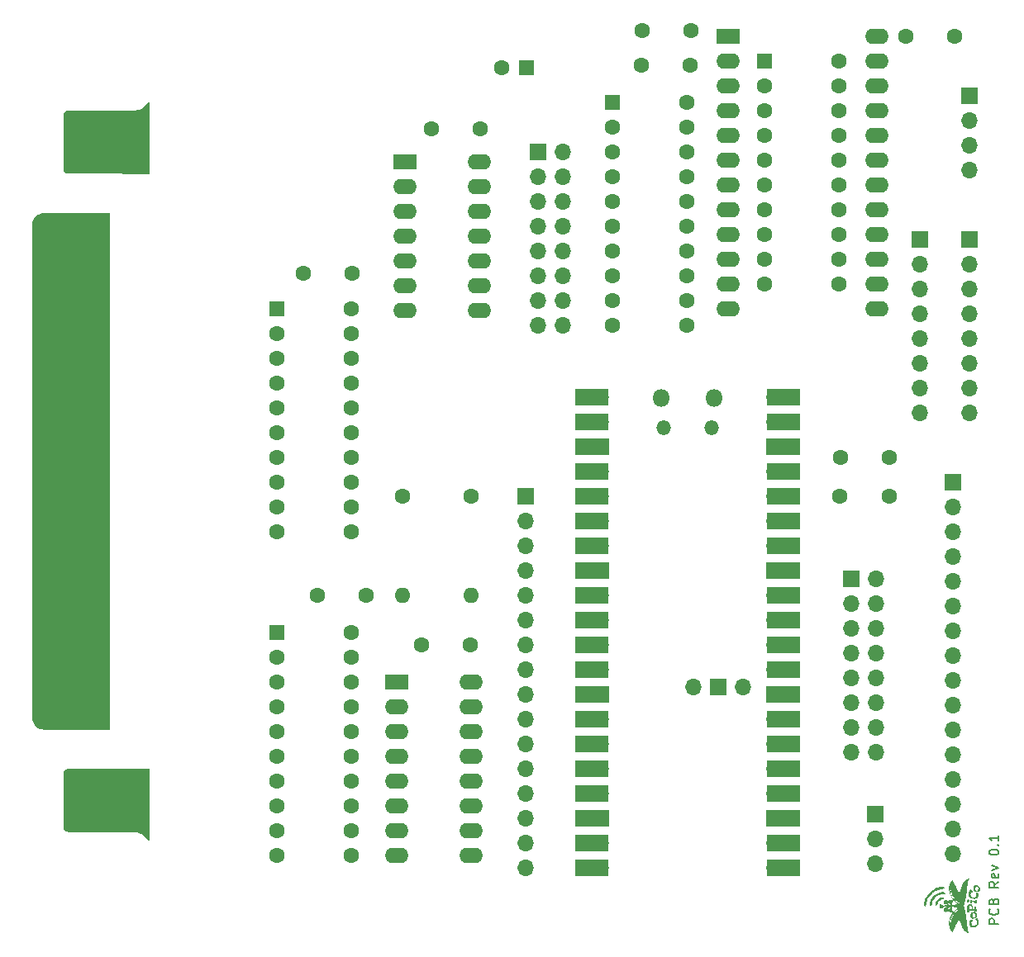
<source format=gts>
G04 #@! TF.GenerationSoftware,KiCad,Pcbnew,7.0.10-7.0.10~ubuntu22.04.1*
G04 #@! TF.CreationDate,2024-02-08T01:05:10-08:00*
G04 #@! TF.ProjectId,copico,636f7069-636f-42e6-9b69-6361645f7063,0.2.1*
G04 #@! TF.SameCoordinates,Original*
G04 #@! TF.FileFunction,Soldermask,Top*
G04 #@! TF.FilePolarity,Negative*
%FSLAX46Y46*%
G04 Gerber Fmt 4.6, Leading zero omitted, Abs format (unit mm)*
G04 Created by KiCad (PCBNEW 7.0.10-7.0.10~ubuntu22.04.1) date 2024-02-08 01:05:10*
%MOMM*%
%LPD*%
G01*
G04 APERTURE LIST*
G04 Aperture macros list*
%AMRoundRect*
0 Rectangle with rounded corners*
0 $1 Rounding radius*
0 $2 $3 $4 $5 $6 $7 $8 $9 X,Y pos of 4 corners*
0 Add a 4 corners polygon primitive as box body*
4,1,4,$2,$3,$4,$5,$6,$7,$8,$9,$2,$3,0*
0 Add four circle primitives for the rounded corners*
1,1,$1+$1,$2,$3*
1,1,$1+$1,$4,$5*
1,1,$1+$1,$6,$7*
1,1,$1+$1,$8,$9*
0 Add four rect primitives between the rounded corners*
20,1,$1+$1,$2,$3,$4,$5,0*
20,1,$1+$1,$4,$5,$6,$7,0*
20,1,$1+$1,$6,$7,$8,$9,0*
20,1,$1+$1,$8,$9,$2,$3,0*%
G04 Aperture macros list end*
%ADD10C,0.150000*%
%ADD11R,6.350000X1.270000*%
%ADD12R,1.600000X1.600000*%
%ADD13C,1.600000*%
%ADD14R,1.700000X1.700000*%
%ADD15O,1.700000X1.700000*%
%ADD16O,1.600000X1.600000*%
%ADD17RoundRect,0.102000X-0.700000X0.700000X-0.700000X-0.700000X0.700000X-0.700000X0.700000X0.700000X0*%
%ADD18C,1.604000*%
%ADD19R,2.400000X1.600000*%
%ADD20O,2.400000X1.600000*%
%ADD21O,1.800000X1.800000*%
%ADD22O,1.500000X1.500000*%
%ADD23R,3.500000X1.700000*%
G04 APERTURE END LIST*
D10*
X190446819Y-150573809D02*
X189446819Y-150573809D01*
X189446819Y-150573809D02*
X189446819Y-150192857D01*
X189446819Y-150192857D02*
X189494438Y-150097619D01*
X189494438Y-150097619D02*
X189542057Y-150050000D01*
X189542057Y-150050000D02*
X189637295Y-150002381D01*
X189637295Y-150002381D02*
X189780152Y-150002381D01*
X189780152Y-150002381D02*
X189875390Y-150050000D01*
X189875390Y-150050000D02*
X189923009Y-150097619D01*
X189923009Y-150097619D02*
X189970628Y-150192857D01*
X189970628Y-150192857D02*
X189970628Y-150573809D01*
X190351580Y-149002381D02*
X190399200Y-149050000D01*
X190399200Y-149050000D02*
X190446819Y-149192857D01*
X190446819Y-149192857D02*
X190446819Y-149288095D01*
X190446819Y-149288095D02*
X190399200Y-149430952D01*
X190399200Y-149430952D02*
X190303961Y-149526190D01*
X190303961Y-149526190D02*
X190208723Y-149573809D01*
X190208723Y-149573809D02*
X190018247Y-149621428D01*
X190018247Y-149621428D02*
X189875390Y-149621428D01*
X189875390Y-149621428D02*
X189684914Y-149573809D01*
X189684914Y-149573809D02*
X189589676Y-149526190D01*
X189589676Y-149526190D02*
X189494438Y-149430952D01*
X189494438Y-149430952D02*
X189446819Y-149288095D01*
X189446819Y-149288095D02*
X189446819Y-149192857D01*
X189446819Y-149192857D02*
X189494438Y-149050000D01*
X189494438Y-149050000D02*
X189542057Y-149002381D01*
X189923009Y-148240476D02*
X189970628Y-148097619D01*
X189970628Y-148097619D02*
X190018247Y-148050000D01*
X190018247Y-148050000D02*
X190113485Y-148002381D01*
X190113485Y-148002381D02*
X190256342Y-148002381D01*
X190256342Y-148002381D02*
X190351580Y-148050000D01*
X190351580Y-148050000D02*
X190399200Y-148097619D01*
X190399200Y-148097619D02*
X190446819Y-148192857D01*
X190446819Y-148192857D02*
X190446819Y-148573809D01*
X190446819Y-148573809D02*
X189446819Y-148573809D01*
X189446819Y-148573809D02*
X189446819Y-148240476D01*
X189446819Y-148240476D02*
X189494438Y-148145238D01*
X189494438Y-148145238D02*
X189542057Y-148097619D01*
X189542057Y-148097619D02*
X189637295Y-148050000D01*
X189637295Y-148050000D02*
X189732533Y-148050000D01*
X189732533Y-148050000D02*
X189827771Y-148097619D01*
X189827771Y-148097619D02*
X189875390Y-148145238D01*
X189875390Y-148145238D02*
X189923009Y-148240476D01*
X189923009Y-148240476D02*
X189923009Y-148573809D01*
X190446819Y-146240476D02*
X189970628Y-146573809D01*
X190446819Y-146811904D02*
X189446819Y-146811904D01*
X189446819Y-146811904D02*
X189446819Y-146430952D01*
X189446819Y-146430952D02*
X189494438Y-146335714D01*
X189494438Y-146335714D02*
X189542057Y-146288095D01*
X189542057Y-146288095D02*
X189637295Y-146240476D01*
X189637295Y-146240476D02*
X189780152Y-146240476D01*
X189780152Y-146240476D02*
X189875390Y-146288095D01*
X189875390Y-146288095D02*
X189923009Y-146335714D01*
X189923009Y-146335714D02*
X189970628Y-146430952D01*
X189970628Y-146430952D02*
X189970628Y-146811904D01*
X190399200Y-145430952D02*
X190446819Y-145526190D01*
X190446819Y-145526190D02*
X190446819Y-145716666D01*
X190446819Y-145716666D02*
X190399200Y-145811904D01*
X190399200Y-145811904D02*
X190303961Y-145859523D01*
X190303961Y-145859523D02*
X189923009Y-145859523D01*
X189923009Y-145859523D02*
X189827771Y-145811904D01*
X189827771Y-145811904D02*
X189780152Y-145716666D01*
X189780152Y-145716666D02*
X189780152Y-145526190D01*
X189780152Y-145526190D02*
X189827771Y-145430952D01*
X189827771Y-145430952D02*
X189923009Y-145383333D01*
X189923009Y-145383333D02*
X190018247Y-145383333D01*
X190018247Y-145383333D02*
X190113485Y-145859523D01*
X189780152Y-145049999D02*
X190446819Y-144811904D01*
X190446819Y-144811904D02*
X189780152Y-144573809D01*
X189446819Y-143240475D02*
X189446819Y-143145237D01*
X189446819Y-143145237D02*
X189494438Y-143049999D01*
X189494438Y-143049999D02*
X189542057Y-143002380D01*
X189542057Y-143002380D02*
X189637295Y-142954761D01*
X189637295Y-142954761D02*
X189827771Y-142907142D01*
X189827771Y-142907142D02*
X190065866Y-142907142D01*
X190065866Y-142907142D02*
X190256342Y-142954761D01*
X190256342Y-142954761D02*
X190351580Y-143002380D01*
X190351580Y-143002380D02*
X190399200Y-143049999D01*
X190399200Y-143049999D02*
X190446819Y-143145237D01*
X190446819Y-143145237D02*
X190446819Y-143240475D01*
X190446819Y-143240475D02*
X190399200Y-143335713D01*
X190399200Y-143335713D02*
X190351580Y-143383332D01*
X190351580Y-143383332D02*
X190256342Y-143430951D01*
X190256342Y-143430951D02*
X190065866Y-143478570D01*
X190065866Y-143478570D02*
X189827771Y-143478570D01*
X189827771Y-143478570D02*
X189637295Y-143430951D01*
X189637295Y-143430951D02*
X189542057Y-143383332D01*
X189542057Y-143383332D02*
X189494438Y-143335713D01*
X189494438Y-143335713D02*
X189446819Y-143240475D01*
X190351580Y-142478570D02*
X190399200Y-142430951D01*
X190399200Y-142430951D02*
X190446819Y-142478570D01*
X190446819Y-142478570D02*
X190399200Y-142526189D01*
X190399200Y-142526189D02*
X190351580Y-142478570D01*
X190351580Y-142478570D02*
X190446819Y-142478570D01*
X190446819Y-141478571D02*
X190446819Y-142049999D01*
X190446819Y-141764285D02*
X189446819Y-141764285D01*
X189446819Y-141764285D02*
X189589676Y-141859523D01*
X189589676Y-141859523D02*
X189684914Y-141954761D01*
X189684914Y-141954761D02*
X189732533Y-142049999D01*
G36*
X187359202Y-148043709D02*
G01*
X187402850Y-148081312D01*
X187430762Y-148133408D01*
X187441548Y-148195854D01*
X187433814Y-148264504D01*
X187433615Y-148265303D01*
X187411578Y-148319702D01*
X187379519Y-148357302D01*
X187341362Y-148377386D01*
X187301036Y-148379242D01*
X187262467Y-148362156D01*
X187229583Y-148325412D01*
X187218613Y-148304404D01*
X187203488Y-148251605D01*
X187201842Y-148197441D01*
X187211712Y-148145546D01*
X187231139Y-148099559D01*
X187258160Y-148063114D01*
X187290816Y-148039848D01*
X187327145Y-148033396D01*
X187359202Y-148043709D01*
G37*
G36*
X184727694Y-147838065D02*
G01*
X184776661Y-147846542D01*
X184809486Y-147860306D01*
X184813070Y-147863175D01*
X184829797Y-147892301D01*
X184833198Y-147930443D01*
X184823221Y-147967201D01*
X184813664Y-147981300D01*
X184788545Y-147997461D01*
X184746388Y-148012118D01*
X184716808Y-148018916D01*
X184597739Y-148051446D01*
X184489844Y-148099955D01*
X184395118Y-148162595D01*
X184315555Y-148237514D01*
X184253149Y-148322863D01*
X184209895Y-148416790D01*
X184188787Y-148508745D01*
X184178814Y-148568588D01*
X184164697Y-148610110D01*
X184143743Y-148638463D01*
X184113259Y-148658799D01*
X184109381Y-148660686D01*
X184062092Y-148677135D01*
X184026300Y-148674786D01*
X184000173Y-148652467D01*
X183981880Y-148609003D01*
X183974211Y-148574060D01*
X183967806Y-148471940D01*
X183982867Y-148369586D01*
X184017496Y-148269426D01*
X184069793Y-148173888D01*
X184137856Y-148085402D01*
X184219787Y-148006395D01*
X184313685Y-147939295D01*
X184417651Y-147886532D01*
X184529784Y-147850533D01*
X184542512Y-147847706D01*
X184604763Y-147838312D01*
X184668443Y-147835210D01*
X184727694Y-147838065D01*
G37*
G36*
X188199744Y-146564035D02*
G01*
X188274272Y-146598175D01*
X188350288Y-146650237D01*
X188407570Y-146701298D01*
X188477753Y-146782703D01*
X188526893Y-146866987D01*
X188554429Y-146952474D01*
X188559799Y-147037489D01*
X188545188Y-147112301D01*
X188512145Y-147184534D01*
X188465973Y-147243095D01*
X188419432Y-147278335D01*
X188361512Y-147298411D01*
X188292154Y-147302505D01*
X188215937Y-147291851D01*
X188182032Y-147281413D01*
X188137444Y-147267685D01*
X188061255Y-147231243D01*
X187991951Y-147183760D01*
X187959267Y-147154228D01*
X187899016Y-147080873D01*
X187861809Y-147003916D01*
X187855091Y-146966008D01*
X188048658Y-146966008D01*
X188052534Y-147028568D01*
X188077182Y-147080254D01*
X188123071Y-147121996D01*
X188129668Y-147126162D01*
X188182032Y-147146940D01*
X188231650Y-147144841D01*
X188276839Y-147120485D01*
X188315918Y-147074487D01*
X188327873Y-147053329D01*
X188358001Y-146975412D01*
X188365590Y-146903674D01*
X188350662Y-146837650D01*
X188339403Y-146814518D01*
X188309709Y-146777340D01*
X188269701Y-146746915D01*
X188227765Y-146728887D01*
X188208314Y-146726284D01*
X188168417Y-146737380D01*
X188130251Y-146768048D01*
X188096434Y-146814357D01*
X188069582Y-146872378D01*
X188052315Y-146938181D01*
X188048658Y-146966008D01*
X187855091Y-146966008D01*
X187847264Y-146921840D01*
X187854999Y-146833133D01*
X187866715Y-146787090D01*
X187900394Y-146704612D01*
X187946353Y-146634455D01*
X188001221Y-146581624D01*
X188008538Y-146576488D01*
X188064532Y-146552458D01*
X188129049Y-146548552D01*
X188199744Y-146564035D01*
G37*
G36*
X184767633Y-147283872D02*
G01*
X184847487Y-147297748D01*
X184893037Y-147309421D01*
X184921925Y-147321271D01*
X184940769Y-147336813D01*
X184952658Y-147353604D01*
X184972168Y-147400985D01*
X184970052Y-147446335D01*
X184967194Y-147455358D01*
X184948249Y-147482353D01*
X184913316Y-147497619D01*
X184859963Y-147502395D01*
X184783506Y-147506476D01*
X184693327Y-147517760D01*
X184597577Y-147534809D01*
X184504408Y-147556183D01*
X184426666Y-147578868D01*
X184265143Y-147641929D01*
X184119587Y-147717806D01*
X183990898Y-147805463D01*
X183879976Y-147903865D01*
X183787721Y-148011978D01*
X183715035Y-148128767D01*
X183662817Y-148253196D01*
X183631968Y-148384231D01*
X183623213Y-148502255D01*
X183620989Y-148564037D01*
X183613147Y-148607688D01*
X183597551Y-148638338D01*
X183572067Y-148661113D01*
X183552354Y-148672509D01*
X183504182Y-148688503D01*
X183463836Y-148683137D01*
X183439654Y-148665297D01*
X183431201Y-148653846D01*
X183425184Y-148638627D01*
X183421210Y-148615812D01*
X183418886Y-148581572D01*
X183417820Y-148532077D01*
X183417618Y-148463501D01*
X183417640Y-148450691D01*
X183417991Y-148378760D01*
X183419185Y-148324813D01*
X183421934Y-148283317D01*
X183426954Y-148248737D01*
X183434958Y-148215539D01*
X183446661Y-148178190D01*
X183456559Y-148149154D01*
X183501229Y-148035691D01*
X183553881Y-147935164D01*
X183620058Y-147837479D01*
X183646628Y-147803116D01*
X183758077Y-147681502D01*
X183888177Y-147573103D01*
X184035605Y-147478724D01*
X184199038Y-147399165D01*
X184377152Y-147335230D01*
X184453799Y-147313800D01*
X184568230Y-147289497D01*
X184670702Y-147279608D01*
X184767633Y-147283872D01*
G37*
G36*
X188031122Y-149335031D02*
G01*
X188034842Y-149335787D01*
X188111825Y-149361012D01*
X188171398Y-149400962D01*
X188214296Y-149456590D01*
X188241250Y-149528848D01*
X188252994Y-149618687D01*
X188253010Y-149619062D01*
X188254339Y-149672094D01*
X188251958Y-149710030D01*
X188244619Y-149741166D01*
X188231079Y-149773795D01*
X188229167Y-149777812D01*
X188182499Y-149849364D01*
X188116236Y-149913258D01*
X188033773Y-149966796D01*
X187941998Y-150006117D01*
X187900090Y-150015705D01*
X187852303Y-150026639D01*
X187771217Y-150025759D01*
X187699841Y-150003989D01*
X187639280Y-149961843D01*
X187590636Y-149899833D01*
X187557928Y-149827378D01*
X187546068Y-149774163D01*
X187540090Y-149708171D01*
X187540174Y-149665261D01*
X187753082Y-149665261D01*
X187762722Y-149737182D01*
X187781419Y-149797926D01*
X187807485Y-149843318D01*
X187834615Y-149866948D01*
X187862109Y-149874120D01*
X187900090Y-149875493D01*
X187912442Y-149874504D01*
X187966813Y-149857376D01*
X188011267Y-149822154D01*
X188040314Y-149773639D01*
X188044828Y-149758777D01*
X188050331Y-149704695D01*
X188045291Y-149641237D01*
X188030959Y-149579375D01*
X188021550Y-149554386D01*
X187994139Y-149505261D01*
X187961824Y-149476300D01*
X187920025Y-149464151D01*
X187897034Y-149463274D01*
X187838364Y-149472120D01*
X187795299Y-149497184D01*
X187767261Y-149539275D01*
X187753673Y-149599206D01*
X187753082Y-149665261D01*
X187540174Y-149665261D01*
X187540224Y-149639458D01*
X187546702Y-149578077D01*
X187551679Y-149555772D01*
X187573363Y-149509966D01*
X187610842Y-149461583D01*
X187658106Y-149416860D01*
X187709148Y-149382036D01*
X187727852Y-149372881D01*
X187800250Y-149348965D01*
X187881139Y-149333935D01*
X187961202Y-149328915D01*
X188031122Y-149335031D01*
G37*
G36*
X188076610Y-148084267D02*
G01*
X188120839Y-148092573D01*
X188163432Y-148103126D01*
X188173280Y-148106130D01*
X188195184Y-148114972D01*
X188209019Y-148127284D01*
X188215783Y-148147464D01*
X188216471Y-148179910D01*
X188212081Y-148229023D01*
X188208333Y-148260867D01*
X188201471Y-148314974D01*
X188193927Y-148371000D01*
X188188649Y-148407858D01*
X188178974Y-148472534D01*
X188092984Y-148470101D01*
X188037970Y-148466720D01*
X188002610Y-148458497D01*
X187983134Y-148442701D01*
X187975773Y-148416602D01*
X187976142Y-148385457D01*
X187979845Y-148331926D01*
X187864902Y-148315829D01*
X187814222Y-148309522D01*
X187771497Y-148305663D01*
X187742605Y-148304708D01*
X187734362Y-148305716D01*
X187724066Y-148320557D01*
X187715459Y-148353119D01*
X187711795Y-148379256D01*
X187705496Y-148417685D01*
X187696512Y-148446380D01*
X187689463Y-148456711D01*
X187666581Y-148461447D01*
X187624834Y-148460098D01*
X187568011Y-148452897D01*
X187535933Y-148447325D01*
X187517848Y-148442436D01*
X187508181Y-148432378D01*
X187504305Y-148411046D01*
X187503595Y-148372333D01*
X187503595Y-148372126D01*
X187505356Y-148321299D01*
X187510087Y-148267415D01*
X187516961Y-148215641D01*
X187525152Y-148171144D01*
X187533833Y-148139093D01*
X187542177Y-148124653D01*
X187543242Y-148124334D01*
X187562078Y-148123779D01*
X187588013Y-148125664D01*
X187624433Y-148130482D01*
X187674720Y-148138726D01*
X187742258Y-148150892D01*
X187802352Y-148162145D01*
X187874554Y-148175718D01*
X187927007Y-148184540D01*
X187963116Y-148187979D01*
X187986289Y-148185401D01*
X187999930Y-148176173D01*
X188007446Y-148159659D01*
X188012244Y-148135228D01*
X188014223Y-148122731D01*
X188021691Y-148076032D01*
X188076610Y-148084267D01*
G37*
G36*
X184767825Y-146716627D02*
G01*
X184801265Y-146724299D01*
X184829424Y-146739800D01*
X184858297Y-146764589D01*
X184861520Y-146767699D01*
X184893785Y-146807713D01*
X184903914Y-146843058D01*
X184891771Y-146872810D01*
X184878692Y-146884347D01*
X184831605Y-146910609D01*
X184761418Y-146939669D01*
X184668370Y-146971447D01*
X184552703Y-147005859D01*
X184414657Y-147042825D01*
X184410797Y-147043813D01*
X184328619Y-147065409D01*
X184248224Y-147087604D01*
X184174413Y-147108993D01*
X184111988Y-147128170D01*
X184065748Y-147143729D01*
X184053193Y-147148492D01*
X183991017Y-147177727D01*
X183916809Y-147219570D01*
X183835760Y-147270612D01*
X183753059Y-147327446D01*
X183673898Y-147386663D01*
X183608257Y-147440666D01*
X183475285Y-147569298D01*
X183356183Y-147710737D01*
X183252423Y-147862213D01*
X183165475Y-148020954D01*
X183096812Y-148184189D01*
X183047906Y-148349145D01*
X183020227Y-148513053D01*
X183016722Y-148554658D01*
X183012268Y-148606084D01*
X183006453Y-148651751D01*
X183000291Y-148684196D01*
X182998092Y-148691448D01*
X182974044Y-148725319D01*
X182936750Y-148745716D01*
X182892942Y-148751579D01*
X182849353Y-148741845D01*
X182816996Y-148720013D01*
X182800512Y-148699847D01*
X182791754Y-148676199D01*
X182788481Y-148641069D01*
X182788201Y-148617119D01*
X182791908Y-148543167D01*
X182802057Y-148455097D01*
X182817370Y-148361009D01*
X182836570Y-148269000D01*
X182853355Y-148204121D01*
X182914882Y-148028802D01*
X182997761Y-147854732D01*
X183099926Y-147685324D01*
X183219308Y-147523991D01*
X183353842Y-147374145D01*
X183359528Y-147368420D01*
X183441228Y-147289842D01*
X183520286Y-147221665D01*
X183603802Y-147158306D01*
X183698874Y-147094182D01*
X183746542Y-147064072D01*
X183927697Y-146958353D01*
X184099363Y-146872586D01*
X184263341Y-146806092D01*
X184421432Y-146758191D01*
X184575436Y-146728203D01*
X184661128Y-146718938D01*
X184723111Y-146715327D01*
X184767825Y-146716627D01*
G37*
G36*
X188236835Y-149918342D02*
G01*
X188256096Y-149931742D01*
X188280986Y-149955012D01*
X188336387Y-150023792D01*
X188378916Y-150107801D01*
X188407437Y-150201888D01*
X188420815Y-150300902D01*
X188417914Y-150399691D01*
X188398808Y-150489379D01*
X188359854Y-150582476D01*
X188303547Y-150669309D01*
X188238857Y-150742787D01*
X188148013Y-150824242D01*
X188056680Y-150885296D01*
X187966237Y-150925673D01*
X187878064Y-150945096D01*
X187793541Y-150943289D01*
X187714047Y-150919977D01*
X187640963Y-150874882D01*
X187629063Y-150864843D01*
X187576536Y-150810660D01*
X187532595Y-150746586D01*
X187494274Y-150667679D01*
X187467198Y-150595080D01*
X187447786Y-150533424D01*
X187436092Y-150482353D01*
X187430228Y-150430985D01*
X187428328Y-150371038D01*
X187429252Y-150304529D01*
X187435091Y-150257397D01*
X187448300Y-150225630D01*
X187471333Y-150205214D01*
X187506641Y-150192138D01*
X187542189Y-150184816D01*
X187607533Y-150175885D01*
X187668221Y-150172060D01*
X187719482Y-150173263D01*
X187756543Y-150179420D01*
X187773300Y-150188472D01*
X187780994Y-150209979D01*
X187784034Y-150244847D01*
X187783559Y-150261542D01*
X187780140Y-150295835D01*
X187772564Y-150313720D01*
X187756199Y-150322304D01*
X187741792Y-150325631D01*
X187701311Y-150339030D01*
X187676060Y-150361635D01*
X187664788Y-150396611D01*
X187666245Y-150447124D01*
X187674623Y-150495607D01*
X187701135Y-150584859D01*
X187738703Y-150655519D01*
X187786057Y-150706767D01*
X187841928Y-150737784D01*
X187905049Y-150747752D01*
X187974149Y-150735849D01*
X188018433Y-150717631D01*
X188079421Y-150677904D01*
X188134639Y-150624826D01*
X188178261Y-150564959D01*
X188203155Y-150509489D01*
X188217998Y-150438439D01*
X188217944Y-150369116D01*
X188202747Y-150292900D01*
X188196365Y-150271146D01*
X188178866Y-150222731D01*
X188157334Y-150184314D01*
X188125701Y-150146126D01*
X188106388Y-150126247D01*
X188040955Y-150060814D01*
X188106726Y-150001043D01*
X188143305Y-149969299D01*
X188177369Y-149942281D01*
X188201863Y-149925568D01*
X188202847Y-149925029D01*
X188221342Y-149916970D01*
X188236835Y-149918342D01*
G37*
G36*
X187605100Y-147016342D02*
G01*
X187638709Y-147037329D01*
X187679731Y-147067683D01*
X187723709Y-147103620D01*
X187766191Y-147141359D01*
X187802721Y-147177115D01*
X187828845Y-147207105D01*
X187839860Y-147226351D01*
X187838384Y-147255505D01*
X187825561Y-147289687D01*
X187806280Y-147318625D01*
X187790130Y-147330860D01*
X187771465Y-147328158D01*
X187746826Y-147313849D01*
X187746495Y-147313590D01*
X187708039Y-147293963D01*
X187671370Y-147293965D01*
X187642017Y-147313411D01*
X187639146Y-147317187D01*
X187621362Y-147351311D01*
X187603424Y-147400008D01*
X187587891Y-147454486D01*
X187577321Y-147505957D01*
X187574151Y-147540487D01*
X187584975Y-147619929D01*
X187615765Y-147690142D01*
X187663996Y-147748772D01*
X187727144Y-147793469D01*
X187802684Y-147821879D01*
X187886680Y-147831654D01*
X187952877Y-147823435D01*
X188012106Y-147800673D01*
X188057028Y-147766215D01*
X188057850Y-147765290D01*
X188074726Y-147741914D01*
X188095460Y-147707722D01*
X188104854Y-147690543D01*
X188118326Y-147661662D01*
X188126449Y-147633196D01*
X188130340Y-147598068D01*
X188131115Y-147549202D01*
X188130831Y-147525914D01*
X188129611Y-147473535D01*
X188127873Y-147427197D01*
X188125910Y-147393959D01*
X188124984Y-147384802D01*
X188124042Y-147367822D01*
X188130929Y-147359429D01*
X188151125Y-147357097D01*
X188183111Y-147358004D01*
X188229848Y-147362084D01*
X188275603Y-147369365D01*
X188291422Y-147373032D01*
X188323245Y-147384889D01*
X188340458Y-147403482D01*
X188349734Y-147429229D01*
X188357149Y-147473555D01*
X188360284Y-147531194D01*
X188359135Y-147592330D01*
X188353699Y-147647151D01*
X188349830Y-147667241D01*
X188316206Y-147764768D01*
X188266263Y-147845921D01*
X188201231Y-147909988D01*
X188122337Y-147956254D01*
X188030811Y-147984007D01*
X187927879Y-147992533D01*
X187814771Y-147981120D01*
X187810623Y-147980347D01*
X187692775Y-147948722D01*
X187592697Y-147901879D01*
X187510530Y-147839949D01*
X187446412Y-147763063D01*
X187400484Y-147671353D01*
X187373936Y-147571246D01*
X187367975Y-147485323D01*
X187376119Y-147389099D01*
X187397020Y-147290002D01*
X187429329Y-147195458D01*
X187450384Y-147150187D01*
X187471172Y-147117165D01*
X187499367Y-147081354D01*
X187530092Y-147047952D01*
X187558472Y-147022152D01*
X187579630Y-147009149D01*
X187583358Y-147008506D01*
X187605100Y-147016342D01*
G37*
G36*
X187600442Y-148504152D02*
G01*
X187651163Y-148528621D01*
X187702784Y-148569020D01*
X187748617Y-148619021D01*
X187781972Y-148672294D01*
X187784821Y-148678611D01*
X187799018Y-148722299D01*
X187812060Y-148781019D01*
X187822655Y-148846286D01*
X187829510Y-148909612D01*
X187831335Y-148962513D01*
X187830434Y-148978182D01*
X187831164Y-149003949D01*
X187843625Y-149015041D01*
X187854973Y-149017419D01*
X187886735Y-149018034D01*
X187922102Y-149014038D01*
X187961233Y-149006697D01*
X187964659Y-148916004D01*
X187968086Y-148825312D01*
X188064114Y-148821912D01*
X188160143Y-148818513D01*
X188166640Y-148892468D01*
X188169961Y-148935423D01*
X188173827Y-148993357D01*
X188177693Y-149057756D01*
X188180232Y-149104563D01*
X188187327Y-149242703D01*
X188155372Y-149254853D01*
X188125615Y-149262909D01*
X188083710Y-149270485D01*
X188055401Y-149274111D01*
X187987386Y-149281220D01*
X187979760Y-149235534D01*
X187972324Y-149195123D01*
X187964837Y-149173193D01*
X187953864Y-149164954D01*
X187935971Y-149165613D01*
X187930316Y-149166554D01*
X187908384Y-149169670D01*
X187867469Y-149174853D01*
X187811964Y-149181569D01*
X187746260Y-149189287D01*
X187679984Y-149196882D01*
X187610900Y-149204910D01*
X187549999Y-149212378D01*
X187501088Y-149218787D01*
X187467974Y-149223638D01*
X187454484Y-149226419D01*
X187451991Y-149239782D01*
X187456481Y-149265884D01*
X187457424Y-149269305D01*
X187467819Y-149314157D01*
X187466432Y-149342833D01*
X187451431Y-149360468D01*
X187421280Y-149372083D01*
X187420983Y-149372197D01*
X187420664Y-149372283D01*
X187377317Y-149379680D01*
X187329332Y-149381992D01*
X187318462Y-149381556D01*
X187263913Y-149377997D01*
X187243082Y-149295682D01*
X187216245Y-149162882D01*
X187204023Y-149042858D01*
X187421280Y-149042858D01*
X187484231Y-149042858D01*
X187533178Y-149041497D01*
X187589247Y-149038019D01*
X187619463Y-149035303D01*
X187691743Y-149027748D01*
X187691678Y-148938289D01*
X187689909Y-148887193D01*
X187685330Y-148838686D01*
X187678925Y-148803140D01*
X187678810Y-148802720D01*
X187654290Y-148748331D01*
X187617051Y-148710394D01*
X187570174Y-148691624D01*
X187551002Y-148690080D01*
X187505022Y-148697719D01*
X187469840Y-148721555D01*
X187444739Y-148762968D01*
X187429004Y-148823338D01*
X187421919Y-148904043D01*
X187421346Y-148939965D01*
X187421280Y-149042858D01*
X187204023Y-149042858D01*
X187203033Y-149033137D01*
X187203320Y-148910054D01*
X187216982Y-148797238D01*
X187243894Y-148698298D01*
X187265407Y-148648923D01*
X187312757Y-148579179D01*
X187372206Y-148528868D01*
X187441511Y-148498960D01*
X187518426Y-148490424D01*
X187600442Y-148504152D01*
G37*
G36*
X187458051Y-145899213D02*
G01*
X187450057Y-145915850D01*
X187433944Y-145937271D01*
X187400896Y-145983530D01*
X187372308Y-146034375D01*
X187347472Y-146092426D01*
X187325681Y-146160307D01*
X187306228Y-146240638D01*
X187288404Y-146336042D01*
X187271501Y-146449141D01*
X187254814Y-146582556D01*
X187251137Y-146614571D01*
X187226466Y-146830341D01*
X187203742Y-147024470D01*
X187182676Y-147198727D01*
X187162978Y-147354883D01*
X187144358Y-147494707D01*
X187126525Y-147619971D01*
X187109190Y-147732445D01*
X187092063Y-147833898D01*
X187074853Y-147926100D01*
X187057271Y-148010823D01*
X187039027Y-148089836D01*
X187019830Y-148164909D01*
X186999390Y-148237812D01*
X186977418Y-148310316D01*
X186968872Y-148337302D01*
X186936225Y-148445838D01*
X186913617Y-148537103D01*
X186900387Y-148614771D01*
X186895875Y-148682515D01*
X186898011Y-148731135D01*
X186903413Y-148772686D01*
X186913003Y-148826297D01*
X186927203Y-148893812D01*
X186946432Y-148977074D01*
X186971114Y-149077926D01*
X187001667Y-149198212D01*
X187026963Y-149295682D01*
X187044262Y-149364721D01*
X187060739Y-149436831D01*
X187076677Y-149513886D01*
X187092355Y-149597761D01*
X187108055Y-149690331D01*
X187124059Y-149793472D01*
X187140646Y-149909058D01*
X187158098Y-150038964D01*
X187176696Y-150185065D01*
X187196720Y-150349237D01*
X187218454Y-150533354D01*
X187238463Y-150706793D01*
X187255275Y-150849657D01*
X187270803Y-150971417D01*
X187285609Y-151074419D01*
X187300250Y-151161005D01*
X187315286Y-151233518D01*
X187331276Y-151294303D01*
X187348780Y-151345702D01*
X187368356Y-151390060D01*
X187390564Y-151429719D01*
X187415963Y-151467024D01*
X187421690Y-151474693D01*
X187445438Y-151506714D01*
X187462232Y-151530592D01*
X187468317Y-151540896D01*
X187457907Y-151540822D01*
X187430696Y-151536132D01*
X187395000Y-151528391D01*
X187276122Y-151489038D01*
X187160053Y-151427937D01*
X187048959Y-151346851D01*
X187012510Y-151312029D01*
X186945007Y-151247540D01*
X186850363Y-151131768D01*
X186784940Y-151032092D01*
X186730234Y-150929962D01*
X186675280Y-150808463D01*
X186621504Y-150671685D01*
X186570335Y-150523717D01*
X186523200Y-150368648D01*
X186481527Y-150210569D01*
X186451372Y-150076445D01*
X186430545Y-149975263D01*
X186269269Y-150293991D01*
X186220193Y-150390777D01*
X186166661Y-150496001D01*
X186111800Y-150603541D01*
X186058735Y-150707276D01*
X186010594Y-150801084D01*
X185977378Y-150865543D01*
X185936752Y-150944972D01*
X185896233Y-151025616D01*
X185858279Y-151102475D01*
X185825352Y-151170552D01*
X185799909Y-151224844D01*
X185792266Y-151241840D01*
X185769647Y-151291977D01*
X185749594Y-151334404D01*
X185734437Y-151364313D01*
X185726960Y-151376501D01*
X185712675Y-151375545D01*
X185687428Y-151358064D01*
X185653948Y-151326655D01*
X185614965Y-151283915D01*
X185573208Y-151232441D01*
X185566934Y-151224206D01*
X185508587Y-151132726D01*
X185488397Y-151101071D01*
X185428099Y-150964797D01*
X185386023Y-150817076D01*
X185362154Y-150659598D01*
X185359300Y-150576382D01*
X185441813Y-150576382D01*
X185462004Y-150749228D01*
X185481096Y-150836512D01*
X185492485Y-150879694D01*
X185501935Y-150913055D01*
X185507807Y-150930891D01*
X185508587Y-150932325D01*
X185510463Y-150922709D01*
X185512963Y-150893550D01*
X185515819Y-150848808D01*
X185518761Y-150792441D01*
X185520148Y-150761909D01*
X185535595Y-150547988D01*
X185563119Y-150351128D01*
X185603539Y-150167739D01*
X185657672Y-149994236D01*
X185726333Y-149827029D01*
X185739414Y-149799171D01*
X185786489Y-149713136D01*
X186501076Y-149713136D01*
X186506487Y-149860058D01*
X186521883Y-150016188D01*
X186546165Y-150176052D01*
X186578232Y-150334181D01*
X186616983Y-150485102D01*
X186661320Y-150623342D01*
X186706810Y-150736191D01*
X186724711Y-150775619D01*
X186746933Y-150824766D01*
X186765219Y-150865338D01*
X186795178Y-150924632D01*
X186833511Y-150989937D01*
X186876038Y-151054977D01*
X186918579Y-151113478D01*
X186956956Y-151159162D01*
X186968970Y-151171284D01*
X187012510Y-151212441D01*
X186957233Y-151130923D01*
X186925195Y-151080489D01*
X186889927Y-151020028D01*
X186857996Y-150960895D01*
X186851804Y-150948655D01*
X186772747Y-150774699D01*
X186706271Y-150594581D01*
X186650994Y-150403786D01*
X186605532Y-150197798D01*
X186583827Y-150074016D01*
X186574526Y-150012341D01*
X186567584Y-149955363D01*
X186562680Y-149897828D01*
X186559497Y-149834481D01*
X186557717Y-149760066D01*
X186557021Y-149669328D01*
X186556975Y-149630821D01*
X186557696Y-149518171D01*
X186559865Y-149428887D01*
X186563485Y-149362859D01*
X186568562Y-149319979D01*
X186571355Y-149308103D01*
X186580816Y-149273241D01*
X186581818Y-149259160D01*
X186578533Y-149262349D01*
X186575587Y-149265209D01*
X186573910Y-149268707D01*
X186563349Y-149290736D01*
X186552514Y-149318107D01*
X186533456Y-149378713D01*
X186530963Y-149386641D01*
X186515692Y-149462244D01*
X186506105Y-149549501D01*
X186501605Y-149652994D01*
X186501076Y-149713136D01*
X185786489Y-149713136D01*
X185838048Y-149618905D01*
X185955976Y-149450751D01*
X186093711Y-149294134D01*
X186251764Y-149148479D01*
X186430647Y-149013213D01*
X186454081Y-148997287D01*
X186489215Y-148973337D01*
X186515204Y-148954965D01*
X186527257Y-148945573D01*
X186527576Y-148945095D01*
X186517158Y-148944362D01*
X186490995Y-148945865D01*
X186478476Y-148946965D01*
X186427729Y-148959891D01*
X186364922Y-148988812D01*
X186292828Y-149031473D01*
X186214220Y-149085619D01*
X186131872Y-149148996D01*
X186048558Y-149219349D01*
X185967051Y-149294423D01*
X185890124Y-149371963D01*
X185820552Y-149449713D01*
X185761108Y-149525420D01*
X185753035Y-149536747D01*
X185652209Y-149698295D01*
X185570294Y-149867740D01*
X185507794Y-150042677D01*
X185465212Y-150220700D01*
X185443050Y-150399404D01*
X185441813Y-150576382D01*
X185359300Y-150576382D01*
X185356477Y-150494056D01*
X185368975Y-150322140D01*
X185399632Y-150145540D01*
X185448434Y-149965949D01*
X185515364Y-149785056D01*
X185581672Y-149641095D01*
X185614590Y-149576895D01*
X185645628Y-149520322D01*
X185676886Y-149468880D01*
X185710462Y-149420074D01*
X185748453Y-149371409D01*
X185792960Y-149320391D01*
X185846079Y-149264524D01*
X185909909Y-149201315D01*
X185986549Y-149128268D01*
X186078097Y-149042888D01*
X186108424Y-149014827D01*
X186158319Y-148967516D01*
X186197680Y-148927757D01*
X186224419Y-148897810D01*
X186236445Y-148879936D01*
X186236427Y-148876357D01*
X186219332Y-148869701D01*
X186183336Y-148862310D01*
X186133025Y-148854695D01*
X186072985Y-148847370D01*
X186007800Y-148840846D01*
X185942056Y-148835636D01*
X185880337Y-148832252D01*
X185832232Y-148831191D01*
X185718078Y-148831191D01*
X185698770Y-148889322D01*
X185682652Y-148929779D01*
X185663992Y-148965531D01*
X185655943Y-148977352D01*
X185632425Y-149007251D01*
X185662183Y-149046266D01*
X185702543Y-149111591D01*
X185723750Y-149174643D01*
X185726023Y-149232727D01*
X185709578Y-149283152D01*
X185674632Y-149323223D01*
X185638156Y-149344144D01*
X185585829Y-149357797D01*
X185526758Y-149360682D01*
X185483544Y-149355011D01*
X185470068Y-149353243D01*
X185424885Y-149335923D01*
X185421285Y-149333620D01*
X185371360Y-149287975D01*
X185367618Y-149281989D01*
X185415441Y-149281989D01*
X185419760Y-149299310D01*
X185446518Y-149317537D01*
X185450128Y-149319288D01*
X185483544Y-149332271D01*
X185502261Y-149329702D01*
X185510851Y-149309513D01*
X185512867Y-149290884D01*
X185511965Y-149265342D01*
X185500941Y-149255673D01*
X185486409Y-149254525D01*
X185464537Y-149250439D01*
X185457484Y-149242765D01*
X185447959Y-149232333D01*
X185439845Y-149231006D01*
X185424244Y-149239926D01*
X185422206Y-149247683D01*
X185418066Y-149273834D01*
X185415441Y-149281989D01*
X185367618Y-149281989D01*
X185335559Y-149230709D01*
X185324682Y-149195063D01*
X185320438Y-149181154D01*
X185313109Y-149135320D01*
X185294310Y-149174344D01*
X185255177Y-149233140D01*
X185201075Y-149284159D01*
X185139421Y-149321019D01*
X185112116Y-149331021D01*
X185041899Y-149343325D01*
X184980494Y-149335648D01*
X184975778Y-149333346D01*
X184925376Y-149308740D01*
X184875737Y-149261927D01*
X184859091Y-149233523D01*
X184889384Y-149233523D01*
X184902431Y-149250388D01*
X184924119Y-149254345D01*
X184939636Y-149263949D01*
X184944329Y-149272164D01*
X184960239Y-149286527D01*
X184975778Y-149289802D01*
X184993707Y-149285014D01*
X184993435Y-149267677D01*
X184995110Y-149245722D01*
X185005147Y-149238361D01*
X185017849Y-149227254D01*
X185011776Y-149215397D01*
X184990898Y-149208037D01*
X184981798Y-149207488D01*
X184957695Y-149200763D01*
X184947583Y-149189849D01*
X184933566Y-149173722D01*
X184915213Y-149177990D01*
X184897272Y-149201353D01*
X184896015Y-149203968D01*
X184889384Y-149233523D01*
X184859091Y-149233523D01*
X184840072Y-149201071D01*
X184819635Y-149131910D01*
X184815680Y-149060182D01*
X184829461Y-148991628D01*
X184843604Y-148961523D01*
X185266773Y-148961523D01*
X185273788Y-148983783D01*
X185290796Y-149019189D01*
X185292039Y-149021654D01*
X185324682Y-149086370D01*
X185338801Y-149047324D01*
X185366127Y-149003863D01*
X185409840Y-148970542D01*
X185462743Y-148952486D01*
X185491632Y-148943716D01*
X185512071Y-148924455D01*
X185527522Y-148897351D01*
X185541915Y-148866508D01*
X185550495Y-148844709D01*
X185551549Y-148840011D01*
X185540800Y-148835622D01*
X185512551Y-148832463D01*
X185484506Y-148831567D01*
X185472814Y-148831194D01*
X185471007Y-148831191D01*
X185424348Y-148832571D01*
X185391971Y-148838324D01*
X185364722Y-148850871D01*
X185344138Y-148864745D01*
X185311806Y-148891397D01*
X185285288Y-148918732D01*
X185278607Y-148927619D01*
X185268723Y-148945203D01*
X185266773Y-148961523D01*
X184843604Y-148961523D01*
X184847619Y-148952976D01*
X184883283Y-148914911D01*
X184934796Y-148887243D01*
X184996235Y-148871471D01*
X185061677Y-148869096D01*
X185125200Y-148881617D01*
X185126980Y-148882226D01*
X185159085Y-148892442D01*
X185177657Y-148893535D01*
X185191199Y-148884606D01*
X185200085Y-148874497D01*
X185215862Y-148852941D01*
X185221907Y-148840011D01*
X185211020Y-148836723D01*
X185180925Y-148833913D01*
X185135933Y-148831839D01*
X185080354Y-148830760D01*
X185066489Y-148830679D01*
X185002866Y-148829670D01*
X184942773Y-148827289D01*
X184892728Y-148823885D01*
X184859248Y-148819806D01*
X184857762Y-148819518D01*
X184823135Y-148814267D01*
X184803708Y-148817064D01*
X184793086Y-148827485D01*
X184740545Y-148890886D01*
X184675916Y-148936128D01*
X184602581Y-148961239D01*
X184555854Y-148965821D01*
X184494382Y-148956129D01*
X184445037Y-148927285D01*
X184444291Y-148926849D01*
X184406914Y-148879657D01*
X184383584Y-148816229D01*
X184375632Y-148739167D01*
X184376764Y-148729756D01*
X184404697Y-148729756D01*
X184406588Y-148739638D01*
X184412518Y-148761688D01*
X184413105Y-148785719D01*
X184413249Y-148805402D01*
X184421835Y-148813927D01*
X184445037Y-148814960D01*
X184460779Y-148814031D01*
X184497706Y-148811266D01*
X184514187Y-148807536D01*
X184513227Y-148800106D01*
X184497832Y-148786244D01*
X184494434Y-148783417D01*
X184475647Y-148764197D01*
X184473810Y-148745934D01*
X184480298Y-148729103D01*
X184486836Y-148702267D01*
X184482122Y-148683759D01*
X184469681Y-148678751D01*
X184454215Y-148690809D01*
X184431188Y-148710914D01*
X184418984Y-148717184D01*
X184404697Y-148729756D01*
X184376764Y-148729756D01*
X184384398Y-148666314D01*
X184409006Y-148608937D01*
X184446922Y-148567834D01*
X184495610Y-148543803D01*
X184552535Y-148537644D01*
X184615162Y-148550154D01*
X184680957Y-148582134D01*
X184737433Y-148625177D01*
X184793629Y-148675702D01*
X184881552Y-148658977D01*
X184930995Y-148651217D01*
X184994518Y-148643573D01*
X185062699Y-148637093D01*
X185107837Y-148633828D01*
X185246200Y-148625404D01*
X185215459Y-148580237D01*
X185193690Y-148552194D01*
X185176127Y-148541420D01*
X185159411Y-148543096D01*
X185119806Y-148551409D01*
X185067726Y-148556997D01*
X185013877Y-148559184D01*
X184968966Y-148557296D01*
X184958458Y-148555764D01*
X184920514Y-148540123D01*
X184911020Y-148536210D01*
X184867727Y-148499531D01*
X184848376Y-148471531D01*
X185260733Y-148471531D01*
X185265552Y-148487201D01*
X185284122Y-148510152D01*
X185298631Y-148525345D01*
X185360278Y-148577714D01*
X185421606Y-148607481D01*
X185484506Y-148615456D01*
X185504271Y-148613679D01*
X185562642Y-148605651D01*
X185533891Y-148548915D01*
X185512731Y-148512861D01*
X185491903Y-148493172D01*
X185466613Y-148484008D01*
X185442555Y-148474627D01*
X185419829Y-148465766D01*
X185375695Y-148434662D01*
X185342831Y-148397348D01*
X185334809Y-148382263D01*
X185320379Y-148347945D01*
X185301138Y-148392600D01*
X185285085Y-148426446D01*
X185269758Y-148453580D01*
X185267050Y-148457528D01*
X185260733Y-148471531D01*
X184848376Y-148471531D01*
X184834892Y-148452020D01*
X184822713Y-148420466D01*
X184815725Y-148359531D01*
X184822591Y-148291095D01*
X184841578Y-148225273D01*
X184847853Y-148213029D01*
X184881289Y-148213029D01*
X184891278Y-148219706D01*
X184891668Y-148219710D01*
X184902647Y-148229496D01*
X184908206Y-148243228D01*
X184920514Y-148263564D01*
X184936462Y-148263206D01*
X184948555Y-148242743D01*
X184961459Y-148224368D01*
X184973913Y-148221871D01*
X185000762Y-148218730D01*
X185009474Y-148214682D01*
X185019797Y-148204151D01*
X185009566Y-148192292D01*
X185008441Y-148191457D01*
X184995790Y-148174203D01*
X184995522Y-148164931D01*
X184994004Y-148147897D01*
X184978694Y-148143041D01*
X184956500Y-148151382D01*
X184948025Y-148157929D01*
X184921958Y-148177569D01*
X184901859Y-148188190D01*
X184885770Y-148199571D01*
X184881289Y-148213029D01*
X184847853Y-148213029D01*
X184863420Y-148182657D01*
X184908005Y-148135382D01*
X184965520Y-148104446D01*
X185030836Y-148091116D01*
X185098828Y-148096663D01*
X185145864Y-148112733D01*
X185192950Y-148142661D01*
X185240840Y-148186223D01*
X185281297Y-148235339D01*
X185296912Y-148260867D01*
X185309437Y-148283675D01*
X185314643Y-148286686D01*
X185316051Y-148270976D01*
X185316160Y-148266747D01*
X185326471Y-148218627D01*
X185351844Y-148167547D01*
X185373924Y-148139500D01*
X185410447Y-148139500D01*
X185414251Y-148155415D01*
X185422505Y-148179339D01*
X185432333Y-148200683D01*
X185442555Y-148202404D01*
X185456311Y-148191373D01*
X185476680Y-148176965D01*
X185488350Y-148173575D01*
X185504989Y-148173123D01*
X185511516Y-148159718D01*
X185511606Y-148134455D01*
X185507223Y-148108420D01*
X185499132Y-148096342D01*
X185498283Y-148096238D01*
X185479060Y-148100954D01*
X185452335Y-148112203D01*
X185426947Y-148125631D01*
X185411733Y-148136884D01*
X185410447Y-148139500D01*
X185373924Y-148139500D01*
X185387179Y-148122662D01*
X185405352Y-148106632D01*
X185432173Y-148088307D01*
X185457602Y-148078118D01*
X185490193Y-148073821D01*
X185533044Y-148073140D01*
X185605270Y-148079122D01*
X185658917Y-148096891D01*
X185696295Y-148127436D01*
X185710109Y-148148769D01*
X185726963Y-148205968D01*
X185722805Y-148268179D01*
X185698400Y-148331535D01*
X185664140Y-148381242D01*
X185632047Y-148419302D01*
X185654730Y-148451798D01*
X185673136Y-148483493D01*
X185691913Y-148523730D01*
X185697300Y-148537274D01*
X185717187Y-148590256D01*
X185813701Y-148587014D01*
X185860190Y-148584312D01*
X185923104Y-148579101D01*
X185995570Y-148572100D01*
X186070718Y-148564025D01*
X186141675Y-148555593D01*
X186201570Y-148547523D01*
X186221836Y-148544404D01*
X186225626Y-148541697D01*
X186223579Y-148534641D01*
X186214287Y-148521797D01*
X186196344Y-148501726D01*
X186168342Y-148472987D01*
X186128875Y-148434140D01*
X186076535Y-148383746D01*
X186009917Y-148320364D01*
X185927612Y-148242554D01*
X185918697Y-148234144D01*
X185841775Y-148159739D01*
X185779360Y-148094278D01*
X185727357Y-148032318D01*
X185681672Y-147968415D01*
X185638207Y-147897124D01*
X185592867Y-147813001D01*
X185574009Y-147775970D01*
X185495300Y-147600618D01*
X185434209Y-147423496D01*
X185390793Y-147246615D01*
X185365109Y-147071984D01*
X185358959Y-146939301D01*
X185440673Y-146939301D01*
X185451616Y-147120481D01*
X185483877Y-147301548D01*
X185537010Y-147480363D01*
X185610568Y-147654785D01*
X185704106Y-147822672D01*
X185759559Y-147905369D01*
X185819696Y-147982798D01*
X185890390Y-148062103D01*
X185968775Y-148140983D01*
X186051989Y-148217134D01*
X186137164Y-148288253D01*
X186221438Y-148352037D01*
X186301944Y-148406183D01*
X186375818Y-148448389D01*
X186440196Y-148476351D01*
X186483005Y-148486926D01*
X186533456Y-148493328D01*
X186409984Y-148405140D01*
X186348922Y-148359859D01*
X186281730Y-148307361D01*
X186217853Y-148255145D01*
X186179481Y-148222167D01*
X186135279Y-148178789D01*
X186577126Y-148178789D01*
X186578533Y-148180512D01*
X186585524Y-148178898D01*
X186586373Y-148172673D01*
X186582070Y-148162994D01*
X186578533Y-148164833D01*
X186577126Y-148178789D01*
X186135279Y-148178789D01*
X186038047Y-148083368D01*
X185914309Y-147932794D01*
X185807907Y-147769583D01*
X185751295Y-147657721D01*
X186499897Y-147657721D01*
X186500677Y-147763162D01*
X186506470Y-147865168D01*
X186516987Y-147959036D01*
X186531933Y-148040059D01*
X186551019Y-148103533D01*
X186555383Y-148113877D01*
X186573910Y-148155034D01*
X186565442Y-148096238D01*
X186562984Y-148067155D01*
X186560878Y-148018931D01*
X186559229Y-147955943D01*
X186558141Y-147882567D01*
X186557718Y-147803179D01*
X186557751Y-147772858D01*
X186558333Y-147680448D01*
X186559745Y-147605932D01*
X186562403Y-147543691D01*
X186566718Y-147488103D01*
X186573104Y-147433550D01*
X186581975Y-147374411D01*
X186590973Y-147320972D01*
X186605312Y-147242617D01*
X186621977Y-147158534D01*
X186639133Y-147077603D01*
X186654942Y-147008705D01*
X186658619Y-146993804D01*
X186695888Y-146865235D01*
X186743638Y-146730980D01*
X186799071Y-146597556D01*
X186859386Y-146471481D01*
X186921782Y-146359274D01*
X186950854Y-146313449D01*
X186976630Y-146274134D01*
X186996502Y-146242645D01*
X187007496Y-146223747D01*
X187008754Y-146220636D01*
X187001655Y-146225391D01*
X186983177Y-146243637D01*
X186960760Y-146267673D01*
X186891788Y-146354739D01*
X186823268Y-146462561D01*
X186756672Y-146588400D01*
X186693468Y-146729516D01*
X186644076Y-146857850D01*
X186621692Y-146928539D01*
X186598158Y-147017566D01*
X186574573Y-147119859D01*
X186552038Y-147230346D01*
X186531651Y-147343955D01*
X186514548Y-147455358D01*
X186504424Y-147553552D01*
X186499897Y-147657721D01*
X185751295Y-147657721D01*
X185718480Y-147592880D01*
X185645667Y-147401824D01*
X185589106Y-147195558D01*
X185548437Y-146973222D01*
X185523299Y-146733959D01*
X185518286Y-146649849D01*
X185510230Y-146485219D01*
X185484523Y-146585173D01*
X185451493Y-146760152D01*
X185440673Y-146939301D01*
X185358959Y-146939301D01*
X185357212Y-146901617D01*
X185367159Y-146737524D01*
X185395007Y-146581716D01*
X185440811Y-146436205D01*
X185504629Y-146303002D01*
X185531488Y-146259268D01*
X185561027Y-146217571D01*
X185595576Y-146174150D01*
X185631835Y-146132494D01*
X185666504Y-146096094D01*
X185696285Y-146068440D01*
X185717877Y-146053023D01*
X185727312Y-146052128D01*
X185735886Y-146067174D01*
X185750541Y-146097448D01*
X185768175Y-146136530D01*
X185768958Y-146138321D01*
X185810693Y-146230376D01*
X185864108Y-146342046D01*
X185928892Y-146472712D01*
X186004739Y-146621753D01*
X186091339Y-146788551D01*
X186117286Y-146837997D01*
X186163668Y-146926774D01*
X186210461Y-147017377D01*
X186255400Y-147105348D01*
X186296222Y-147186227D01*
X186330662Y-147255555D01*
X186356457Y-147308874D01*
X186357779Y-147311677D01*
X186431310Y-147467856D01*
X186439155Y-147417510D01*
X186447740Y-147373029D01*
X186462051Y-147310794D01*
X186480828Y-147235509D01*
X186502811Y-147151879D01*
X186526743Y-147064608D01*
X186551364Y-146978400D01*
X186575415Y-146897959D01*
X186593791Y-146839718D01*
X186655593Y-146667363D01*
X186722272Y-146516089D01*
X186794993Y-146383755D01*
X186874924Y-146268217D01*
X186955502Y-146175255D01*
X187066771Y-146072453D01*
X187180141Y-145992500D01*
X187296628Y-145934752D01*
X187378226Y-145907816D01*
X187424338Y-145896360D01*
X187450212Y-145893104D01*
X187458051Y-145899213D01*
G37*
D11*
X95250000Y-80010000D03*
X95250000Y-82550000D03*
X95250000Y-85090000D03*
X95250000Y-87630000D03*
X95250000Y-90170000D03*
X95250000Y-92710000D03*
X95250000Y-95250000D03*
X95250000Y-97790000D03*
X95250000Y-100330000D03*
X95250000Y-102870000D03*
X95250000Y-105410000D03*
X95250000Y-107950000D03*
X95250000Y-110490000D03*
X95250000Y-113030000D03*
X95250000Y-115570000D03*
X95250000Y-118110000D03*
X95250000Y-120650000D03*
X95250000Y-123190000D03*
X95250000Y-125730000D03*
X95250000Y-128270000D03*
D12*
X142073000Y-62738000D03*
D13*
X139573000Y-62738000D03*
D14*
X182372000Y-80391000D03*
D15*
X182372000Y-82931000D03*
X182372000Y-85471000D03*
X182372000Y-88011000D03*
X182372000Y-90551000D03*
X182372000Y-93091000D03*
X182372000Y-95631000D03*
X182372000Y-98171000D03*
D13*
X120690000Y-116840000D03*
X125690000Y-116840000D03*
X174244000Y-102743000D03*
X179244000Y-102743000D03*
D14*
X143256000Y-71374000D03*
D15*
X145796000Y-71374000D03*
X143256000Y-73914000D03*
X145796000Y-73914000D03*
X143256000Y-76454000D03*
X145796000Y-76454000D03*
X143256000Y-78994000D03*
X145796000Y-78994000D03*
X143256000Y-81534000D03*
X145796000Y-81534000D03*
X143256000Y-84074000D03*
X145796000Y-84074000D03*
X143256000Y-86614000D03*
X145796000Y-86614000D03*
X143256000Y-89154000D03*
X145796000Y-89154000D03*
D13*
X174204000Y-106680000D03*
X179204000Y-106680000D03*
D14*
X141986000Y-106680000D03*
D15*
X141986000Y-109220000D03*
X141986000Y-111760000D03*
X141986000Y-114300000D03*
X141986000Y-116840000D03*
X141986000Y-119380000D03*
X141986000Y-121920000D03*
X141986000Y-124460000D03*
X141986000Y-127000000D03*
X141986000Y-129540000D03*
X141986000Y-132080000D03*
X141986000Y-134620000D03*
X141986000Y-137160000D03*
X141986000Y-139700000D03*
X141986000Y-142240000D03*
X141986000Y-144780000D03*
D13*
X137302000Y-69048000D03*
X132302000Y-69048000D03*
X124206000Y-83820000D03*
X119206000Y-83820000D03*
X129413000Y-106680000D03*
D16*
X129413000Y-116840000D03*
D13*
X177927000Y-59563000D03*
X177927000Y-64643000D03*
D17*
X166497000Y-62103000D03*
D18*
X166497000Y-64643000D03*
X166497000Y-67183000D03*
X166497000Y-69723000D03*
X166497000Y-72263000D03*
X166497000Y-74803000D03*
X166497000Y-77343000D03*
X166497000Y-79883000D03*
X166497000Y-82423000D03*
X166497000Y-84963000D03*
X174117000Y-84963000D03*
X174117000Y-82423000D03*
X174117000Y-79883000D03*
X174117000Y-77343000D03*
X174117000Y-74803000D03*
X174117000Y-72263000D03*
X174117000Y-69723000D03*
X174117000Y-67183000D03*
X174117000Y-64643000D03*
X174117000Y-62103000D03*
D17*
X116499000Y-120650000D03*
D18*
X116499000Y-123190000D03*
X116499000Y-125730000D03*
X116499000Y-128270000D03*
X116499000Y-130810000D03*
X116499000Y-133350000D03*
X116499000Y-135890000D03*
X116499000Y-138430000D03*
X116499000Y-140970000D03*
X116499000Y-143510000D03*
X124119000Y-143510000D03*
X124119000Y-140970000D03*
X124119000Y-138430000D03*
X124119000Y-135890000D03*
X124119000Y-133350000D03*
X124119000Y-130810000D03*
X124119000Y-128270000D03*
X124119000Y-125730000D03*
X124119000Y-123190000D03*
X124119000Y-120650000D03*
D13*
X180908000Y-59563000D03*
X185908000Y-59563000D03*
D14*
X175387000Y-115189000D03*
D15*
X177927000Y-115189000D03*
X175387000Y-117729000D03*
X177927000Y-117729000D03*
X175387000Y-120269000D03*
X177927000Y-120269000D03*
X175387000Y-122809000D03*
X177927000Y-122809000D03*
X175387000Y-125349000D03*
X177927000Y-125349000D03*
X175387000Y-127889000D03*
X177927000Y-127889000D03*
X175387000Y-130429000D03*
X177927000Y-130429000D03*
X175387000Y-132969000D03*
X177927000Y-132969000D03*
D19*
X128778000Y-125730000D03*
D20*
X128778000Y-128270000D03*
X128778000Y-130810000D03*
X128778000Y-133350000D03*
X128778000Y-135890000D03*
X128778000Y-138430000D03*
X128778000Y-140970000D03*
X128778000Y-143510000D03*
X136398000Y-143510000D03*
X136398000Y-140970000D03*
X136398000Y-138430000D03*
X136398000Y-135890000D03*
X136398000Y-133350000D03*
X136398000Y-130810000D03*
X136398000Y-128270000D03*
X136398000Y-125730000D03*
D17*
X150876000Y-66294000D03*
D18*
X150876000Y-68834000D03*
X150876000Y-71374000D03*
X150876000Y-73914000D03*
X150876000Y-76454000D03*
X150876000Y-78994000D03*
X150876000Y-81534000D03*
X150876000Y-84074000D03*
X150876000Y-86614000D03*
X150876000Y-89154000D03*
X158496000Y-89154000D03*
X158496000Y-86614000D03*
X158496000Y-84074000D03*
X158496000Y-81534000D03*
X158496000Y-78994000D03*
X158496000Y-76454000D03*
X158496000Y-73914000D03*
X158496000Y-71374000D03*
X158496000Y-68834000D03*
X158496000Y-66294000D03*
D19*
X162707000Y-59558000D03*
D20*
X162707000Y-67178000D03*
X162707000Y-69718000D03*
X162707000Y-72258000D03*
X162707000Y-74798000D03*
X162707000Y-77338000D03*
X162707000Y-79878000D03*
X162707000Y-82418000D03*
X162707000Y-84958000D03*
X162707000Y-87498000D03*
X162707000Y-62098000D03*
X177947000Y-87498000D03*
X177947000Y-64638000D03*
X177947000Y-84958000D03*
X177947000Y-82418000D03*
X177947000Y-79878000D03*
X177947000Y-77338000D03*
X177947000Y-74798000D03*
X177947000Y-72258000D03*
X177947000Y-69718000D03*
X177947000Y-67178000D03*
X162707000Y-64638000D03*
X177947000Y-59558000D03*
X177947000Y-62098000D03*
D14*
X187452000Y-80391000D03*
D15*
X187452000Y-82931000D03*
X187452000Y-85471000D03*
X187452000Y-88011000D03*
X187452000Y-90551000D03*
X187452000Y-93091000D03*
X187452000Y-95631000D03*
X187452000Y-98171000D03*
D13*
X158897000Y-58928000D03*
X153897000Y-58928000D03*
D17*
X116546000Y-87503000D03*
D18*
X116546000Y-90043000D03*
X116546000Y-92583000D03*
X116546000Y-95123000D03*
X116546000Y-97663000D03*
X116546000Y-100203000D03*
X116546000Y-102743000D03*
X116546000Y-105283000D03*
X116546000Y-107823000D03*
X116546000Y-110363000D03*
X124166000Y-110363000D03*
X124166000Y-107823000D03*
X124166000Y-105283000D03*
X124166000Y-102743000D03*
X124166000Y-100203000D03*
X124166000Y-97663000D03*
X124166000Y-95123000D03*
X124166000Y-92583000D03*
X124166000Y-90043000D03*
X124166000Y-87503000D03*
D14*
X177800000Y-139319000D03*
D15*
X177800000Y-141859000D03*
X177800000Y-144399000D03*
D13*
X136358000Y-121920000D03*
X131358000Y-121920000D03*
X158857000Y-62484000D03*
X153857000Y-62484000D03*
D14*
X187452000Y-65659000D03*
D15*
X187452000Y-68199000D03*
X187452000Y-70739000D03*
X187452000Y-73279000D03*
D19*
X129667000Y-72390000D03*
D20*
X129667000Y-74930000D03*
X129667000Y-77470000D03*
X129667000Y-80010000D03*
X129667000Y-82550000D03*
X129667000Y-85090000D03*
X129667000Y-87630000D03*
X137287000Y-87630000D03*
X137287000Y-85090000D03*
X137287000Y-82550000D03*
X137287000Y-80010000D03*
X137287000Y-77470000D03*
X137287000Y-74930000D03*
X137287000Y-72390000D03*
D21*
X155858000Y-96650000D03*
D22*
X156158000Y-99680000D03*
X161008000Y-99680000D03*
D21*
X161308000Y-96650000D03*
D15*
X149693000Y-96520000D03*
D23*
X148793000Y-96520000D03*
D15*
X149693000Y-99060000D03*
D23*
X148793000Y-99060000D03*
D14*
X149693000Y-101600000D03*
D23*
X148793000Y-101600000D03*
D15*
X149693000Y-104140000D03*
D23*
X148793000Y-104140000D03*
D15*
X149693000Y-106680000D03*
D23*
X148793000Y-106680000D03*
D15*
X149693000Y-109220000D03*
D23*
X148793000Y-109220000D03*
D15*
X149693000Y-111760000D03*
D23*
X148793000Y-111760000D03*
D14*
X149693000Y-114300000D03*
D23*
X148793000Y-114300000D03*
D15*
X149693000Y-116840000D03*
D23*
X148793000Y-116840000D03*
D15*
X149693000Y-119380000D03*
D23*
X148793000Y-119380000D03*
D15*
X149693000Y-121920000D03*
D23*
X148793000Y-121920000D03*
D15*
X149693000Y-124460000D03*
D23*
X148793000Y-124460000D03*
D14*
X149693000Y-127000000D03*
D23*
X148793000Y-127000000D03*
D15*
X149693000Y-129540000D03*
D23*
X148793000Y-129540000D03*
D15*
X149693000Y-132080000D03*
D23*
X148793000Y-132080000D03*
D15*
X149693000Y-134620000D03*
D23*
X148793000Y-134620000D03*
D15*
X149693000Y-137160000D03*
D23*
X148793000Y-137160000D03*
D14*
X149693000Y-139700000D03*
D23*
X148793000Y-139700000D03*
D15*
X149693000Y-142240000D03*
D23*
X148793000Y-142240000D03*
D15*
X149693000Y-144780000D03*
D23*
X148793000Y-144780000D03*
D15*
X167473000Y-144780000D03*
D23*
X168373000Y-144780000D03*
D15*
X167473000Y-142240000D03*
D23*
X168373000Y-142240000D03*
D14*
X167473000Y-139700000D03*
D23*
X168373000Y-139700000D03*
D15*
X167473000Y-137160000D03*
D23*
X168373000Y-137160000D03*
D15*
X167473000Y-134620000D03*
D23*
X168373000Y-134620000D03*
D15*
X167473000Y-132080000D03*
D23*
X168373000Y-132080000D03*
D15*
X167473000Y-129540000D03*
D23*
X168373000Y-129540000D03*
D14*
X167473000Y-127000000D03*
D23*
X168373000Y-127000000D03*
D15*
X167473000Y-124460000D03*
D23*
X168373000Y-124460000D03*
D15*
X167473000Y-121920000D03*
D23*
X168373000Y-121920000D03*
D15*
X167473000Y-119380000D03*
D23*
X168373000Y-119380000D03*
D15*
X167473000Y-116840000D03*
D23*
X168373000Y-116840000D03*
D14*
X167473000Y-114300000D03*
D23*
X168373000Y-114300000D03*
D15*
X167473000Y-111760000D03*
D23*
X168373000Y-111760000D03*
D15*
X167473000Y-109220000D03*
D23*
X168373000Y-109220000D03*
D15*
X167473000Y-106680000D03*
D23*
X168373000Y-106680000D03*
D15*
X167473000Y-104140000D03*
D23*
X168373000Y-104140000D03*
D14*
X167473000Y-101600000D03*
D23*
X168373000Y-101600000D03*
D15*
X167473000Y-99060000D03*
D23*
X168373000Y-99060000D03*
D15*
X167473000Y-96520000D03*
D23*
X168373000Y-96520000D03*
D15*
X159167100Y-126250000D03*
D14*
X161707100Y-126250000D03*
D15*
X164247100Y-126250000D03*
D14*
X185801000Y-105283000D03*
D15*
X185801000Y-107823000D03*
X185801000Y-110363000D03*
X185801000Y-112903000D03*
X185801000Y-115443000D03*
X185801000Y-117983000D03*
X185801000Y-120523000D03*
X185801000Y-123063000D03*
X185801000Y-125603000D03*
X185801000Y-128143000D03*
X185801000Y-130683000D03*
X185801000Y-133223000D03*
X185801000Y-135763000D03*
X185801000Y-138303000D03*
X185801000Y-140843000D03*
X185801000Y-143383000D03*
D13*
X136398000Y-106680000D03*
D16*
X136398000Y-116840000D03*
G36*
X99382121Y-77660002D02*
G01*
X99428614Y-77713658D01*
X99440000Y-77766000D01*
X99440000Y-130514000D01*
X99419998Y-130582121D01*
X99366342Y-130628614D01*
X99314000Y-130640000D01*
X92695506Y-130640000D01*
X92684524Y-130639521D01*
X92483920Y-130621970D01*
X92462291Y-130618156D01*
X92273123Y-130567469D01*
X92252484Y-130559957D01*
X92074986Y-130477188D01*
X92055966Y-130466206D01*
X91895544Y-130353878D01*
X91878719Y-130339760D01*
X91740239Y-130201280D01*
X91726121Y-130184455D01*
X91613793Y-130024033D01*
X91602811Y-130005013D01*
X91520042Y-129827515D01*
X91512530Y-129806876D01*
X91461843Y-129617708D01*
X91458029Y-129596078D01*
X91440479Y-129395475D01*
X91440000Y-129384494D01*
X91440000Y-78895505D01*
X91440479Y-78884524D01*
X91458029Y-78683921D01*
X91461843Y-78662291D01*
X91512530Y-78473123D01*
X91520042Y-78452484D01*
X91602811Y-78274986D01*
X91613793Y-78255966D01*
X91726121Y-78095544D01*
X91740239Y-78078719D01*
X91878719Y-77940239D01*
X91895544Y-77926121D01*
X92055966Y-77813793D01*
X92074986Y-77802811D01*
X92252484Y-77720042D01*
X92273123Y-77712530D01*
X92462291Y-77661843D01*
X92483921Y-77658029D01*
X92684525Y-77640479D01*
X92695506Y-77640000D01*
X99314000Y-77640000D01*
X99382121Y-77660002D01*
G37*
G36*
X103447121Y-134640002D02*
G01*
X103493614Y-134693658D01*
X103505000Y-134746000D01*
X103505000Y-141885113D01*
X103484998Y-141953234D01*
X103431342Y-141999727D01*
X103361068Y-142009831D01*
X103296488Y-141980337D01*
X103271568Y-141950948D01*
X103153530Y-141758329D01*
X103153522Y-141758318D01*
X103000660Y-141579339D01*
X102821681Y-141426477D01*
X102821679Y-141426476D01*
X102620984Y-141303489D01*
X102403523Y-141213414D01*
X102174651Y-141158467D01*
X101939998Y-141140000D01*
X95148258Y-141140000D01*
X95131812Y-141138922D01*
X95027037Y-141125128D01*
X94995265Y-141116615D01*
X94905326Y-141079361D01*
X94876839Y-141062914D01*
X94799606Y-141003650D01*
X94776349Y-140980393D01*
X94717085Y-140903160D01*
X94700638Y-140874673D01*
X94663384Y-140784734D01*
X94654871Y-140752961D01*
X94641078Y-140648187D01*
X94640000Y-140631742D01*
X94640000Y-135148257D01*
X94641078Y-135131812D01*
X94654871Y-135027038D01*
X94663384Y-134995265D01*
X94700638Y-134905326D01*
X94717085Y-134876839D01*
X94776349Y-134799606D01*
X94799606Y-134776349D01*
X94876839Y-134717085D01*
X94905326Y-134700638D01*
X94995265Y-134663384D01*
X95027038Y-134654871D01*
X95131813Y-134641078D01*
X95148258Y-134640000D01*
X100654054Y-134640000D01*
X100685408Y-134622879D01*
X100712191Y-134620000D01*
X103379000Y-134620000D01*
X103447121Y-134640002D01*
G37*
G36*
X103459454Y-66297916D02*
G01*
X103499108Y-66356807D01*
X103505000Y-66394886D01*
X103505000Y-73534000D01*
X103484998Y-73602121D01*
X103431342Y-73648614D01*
X103379000Y-73660000D01*
X100712191Y-73660000D01*
X100644077Y-73640000D01*
X95148258Y-73640000D01*
X95131812Y-73638922D01*
X95027037Y-73625128D01*
X94995265Y-73616615D01*
X94905326Y-73579361D01*
X94876839Y-73562914D01*
X94799606Y-73503650D01*
X94776349Y-73480393D01*
X94717085Y-73403160D01*
X94700638Y-73374673D01*
X94663384Y-73284734D01*
X94654871Y-73252961D01*
X94641078Y-73148187D01*
X94640000Y-73131742D01*
X94640000Y-67648257D01*
X94641078Y-67631812D01*
X94654871Y-67527038D01*
X94663384Y-67495265D01*
X94700638Y-67405326D01*
X94717085Y-67376839D01*
X94776349Y-67299606D01*
X94799606Y-67276349D01*
X94876839Y-67217085D01*
X94905326Y-67200638D01*
X94995265Y-67163384D01*
X95027038Y-67154871D01*
X95131813Y-67141078D01*
X95148258Y-67140000D01*
X101939998Y-67140000D01*
X102174651Y-67121532D01*
X102403523Y-67066585D01*
X102620984Y-66976510D01*
X102821679Y-66853523D01*
X102821681Y-66853522D01*
X103000660Y-66700660D01*
X103153522Y-66521681D01*
X103153523Y-66521679D01*
X103271567Y-66329051D01*
X103324215Y-66281420D01*
X103394256Y-66269813D01*
X103459454Y-66297916D01*
G37*
M02*

</source>
